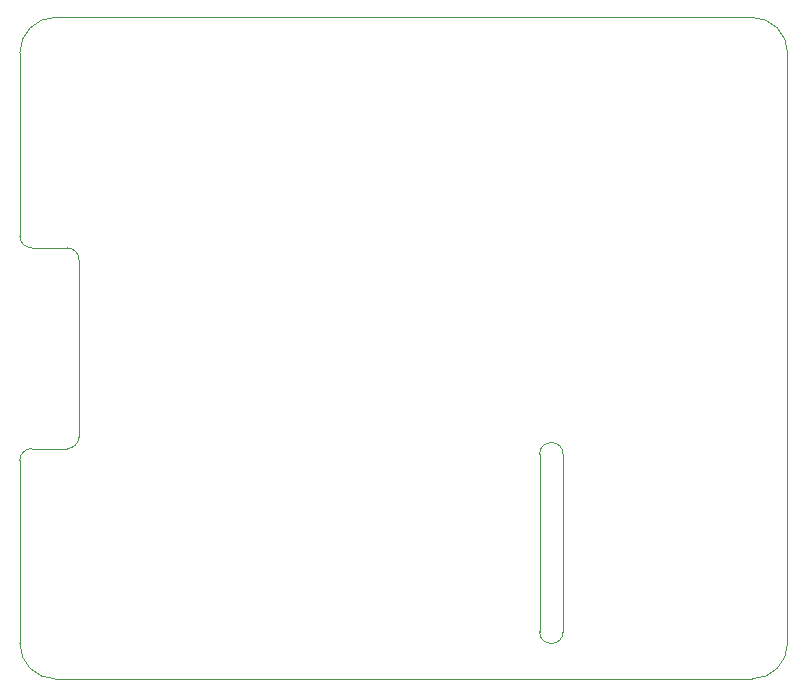
<source format=gbr>
G04 #@! TF.FileFunction,Legend,Bot*
%FSLAX46Y46*%
G04 Gerber Fmt 4.6, Leading zero omitted, Abs format (unit mm)*
G04 Created by KiCad (PCBNEW 4.0.6) date Friday 09 June 2017 11:09:25*
%MOMM*%
%LPD*%
G01*
G04 APERTURE LIST*
%ADD10C,0.100000*%
%ADD11R,2.000000X1.900000*%
%ADD12C,1.900000*%
%ADD13R,1.727200X2.032000*%
%ADD14O,1.727200X2.032000*%
%ADD15C,1.727200*%
%ADD16R,1.727200X1.727200*%
%ADD17C,6.200000*%
%ADD18C,1.998980*%
%ADD19C,2.000000*%
%ADD20R,1.800000X1.800000*%
%ADD21C,1.800000*%
%ADD22R,2.400000X1.600000*%
%ADD23O,2.400000X1.600000*%
%ADD24R,1.700000X1.200000*%
%ADD25O,1.700000X1.200000*%
%ADD26R,1.200000X1.200000*%
%ADD27C,1.200000*%
G04 APERTURE END LIST*
D10*
X92925900Y-30911800D02*
X92925900Y-80924400D01*
X27940000Y-30962600D02*
X27940000Y-46456600D01*
X92940000Y-30932000D02*
G75*
G03X89940000Y-27932000I-3000000J0D01*
G01*
X30940000Y-27932000D02*
X89940000Y-27932000D01*
X30940000Y-27932000D02*
G75*
G03X27940000Y-30932000I0J-3000000D01*
G01*
X73940000Y-79932000D02*
G75*
G02X71940000Y-79932000I-1000000J0D01*
G01*
X73940000Y-64932000D02*
G75*
G03X71940000Y-64932000I-1000000J0D01*
G01*
X73940000Y-64932000D02*
X73940000Y-79932000D01*
X71940000Y-64932000D02*
X71940000Y-79932000D01*
X28940000Y-64432000D02*
G75*
G03X27940000Y-65432000I0J-1000000D01*
G01*
X31940000Y-64432000D02*
G75*
G03X32940000Y-63432000I0J1000000D01*
G01*
X32940000Y-48432000D02*
G75*
G03X31940000Y-47432000I-1000000J0D01*
G01*
X27940000Y-46432000D02*
G75*
G03X28940000Y-47432000I1000000J0D01*
G01*
X89940000Y-83932000D02*
G75*
G03X92940000Y-80932000I0J3000000D01*
G01*
X27940000Y-80932000D02*
G75*
G03X30940000Y-83932000I3000000J0D01*
G01*
X27940000Y-65432000D02*
X27940000Y-80932000D01*
X28940000Y-64432000D02*
X31940000Y-64432000D01*
X28940000Y-47432000D02*
X31940000Y-47432000D01*
X32940000Y-48432000D02*
X32940000Y-63432000D01*
X30940000Y-83932000D02*
X89940000Y-83932000D01*
%LPC*%
D11*
X71818500Y-39370000D03*
D12*
X71818500Y-36830000D03*
D13*
X84010500Y-63627000D03*
D14*
X81470500Y-63627000D03*
X78930500Y-63627000D03*
X76390500Y-63627000D03*
D15*
X64250000Y-32702000D03*
X61710000Y-32702000D03*
X66790000Y-32702000D03*
X69330000Y-32702000D03*
X79490000Y-32702000D03*
X76950000Y-32702000D03*
X71870000Y-32702000D03*
X74410000Y-32702000D03*
X82030000Y-32702000D03*
X84570000Y-32702000D03*
X59170000Y-32702000D03*
X56630000Y-32702000D03*
X49010000Y-32702000D03*
X46470000Y-32702000D03*
X51550000Y-32702000D03*
X54090000Y-32702000D03*
X43930000Y-32702000D03*
X41390000Y-32702000D03*
D16*
X36310000Y-32702000D03*
D15*
X38850000Y-32702000D03*
X38850000Y-30162000D03*
X36310000Y-30162000D03*
X41390000Y-30162000D03*
X43930000Y-30162000D03*
X54090000Y-30162000D03*
X51550000Y-30162000D03*
X46470000Y-30162000D03*
X49010000Y-30162000D03*
X56630000Y-30162000D03*
X59170000Y-30162000D03*
X84570000Y-30162000D03*
X82030000Y-30162000D03*
X74410000Y-30162000D03*
X71870000Y-30162000D03*
X76950000Y-30162000D03*
X79490000Y-30162000D03*
X69330000Y-30162000D03*
X66790000Y-30162000D03*
X61710000Y-30162000D03*
X64250000Y-30162000D03*
D17*
X89440000Y-31432000D03*
X89440000Y-80432000D03*
X31440000Y-80432000D03*
X31440000Y-31432000D03*
D18*
X87566500Y-43942000D03*
X87566500Y-58942000D03*
X90868500Y-58928000D03*
X90868500Y-43928000D03*
X58229500Y-44005500D03*
X58229500Y-59005500D03*
X77914500Y-43942000D03*
X77914500Y-58942000D03*
D19*
X54030000Y-81915000D03*
X49530000Y-81915000D03*
X54030000Y-75415000D03*
X49530000Y-75415000D03*
X45775000Y-81915000D03*
X41275000Y-81915000D03*
X45775000Y-75415000D03*
X41275000Y-75415000D03*
D20*
X78930500Y-39370000D03*
D21*
X78930500Y-36830000D03*
D18*
X61404500Y-43942000D03*
X61404500Y-58942000D03*
D20*
X38036500Y-39116000D03*
D21*
X38036500Y-36576000D03*
D20*
X44894500Y-39116000D03*
D21*
X44894500Y-36576000D03*
D20*
X51498500Y-39116000D03*
D21*
X51498500Y-36576000D03*
D18*
X64706500Y-43942000D03*
X64706500Y-58942000D03*
X84264500Y-58928000D03*
X84264500Y-43928000D03*
X68262500Y-43942000D03*
X68262500Y-58942000D03*
D11*
X58102500Y-39116000D03*
D12*
X58102500Y-36576000D03*
D11*
X64960500Y-39116000D03*
D12*
X64960500Y-36576000D03*
D18*
X74612500Y-43942000D03*
X74612500Y-58942000D03*
X71310500Y-43942000D03*
X71310500Y-58942000D03*
X80962500Y-43942000D03*
X80962500Y-58942000D03*
D22*
X40068500Y-44450000D03*
D23*
X47688500Y-62230000D03*
X40068500Y-46990000D03*
X47688500Y-59690000D03*
X40068500Y-49530000D03*
X47688500Y-57150000D03*
X40068500Y-52070000D03*
X47688500Y-54610000D03*
X40068500Y-54610000D03*
X47688500Y-52070000D03*
X40068500Y-57150000D03*
X47688500Y-49530000D03*
X40068500Y-59690000D03*
X47688500Y-46990000D03*
X40068500Y-62230000D03*
X47688500Y-44450000D03*
D13*
X68580000Y-64135000D03*
D14*
X66040000Y-64135000D03*
X63500000Y-64135000D03*
X60960000Y-64135000D03*
X58420000Y-64135000D03*
D24*
X31115000Y-73660000D03*
D25*
X31115000Y-71660000D03*
X31115000Y-69660000D03*
X31115000Y-67660000D03*
D24*
X90170000Y-67945000D03*
D25*
X90170000Y-69945000D03*
X90170000Y-71945000D03*
X90170000Y-73945000D03*
D26*
X52705000Y-67310000D03*
D27*
X55205000Y-67310000D03*
D26*
X40005000Y-67310000D03*
D27*
X42505000Y-67310000D03*
M02*

</source>
